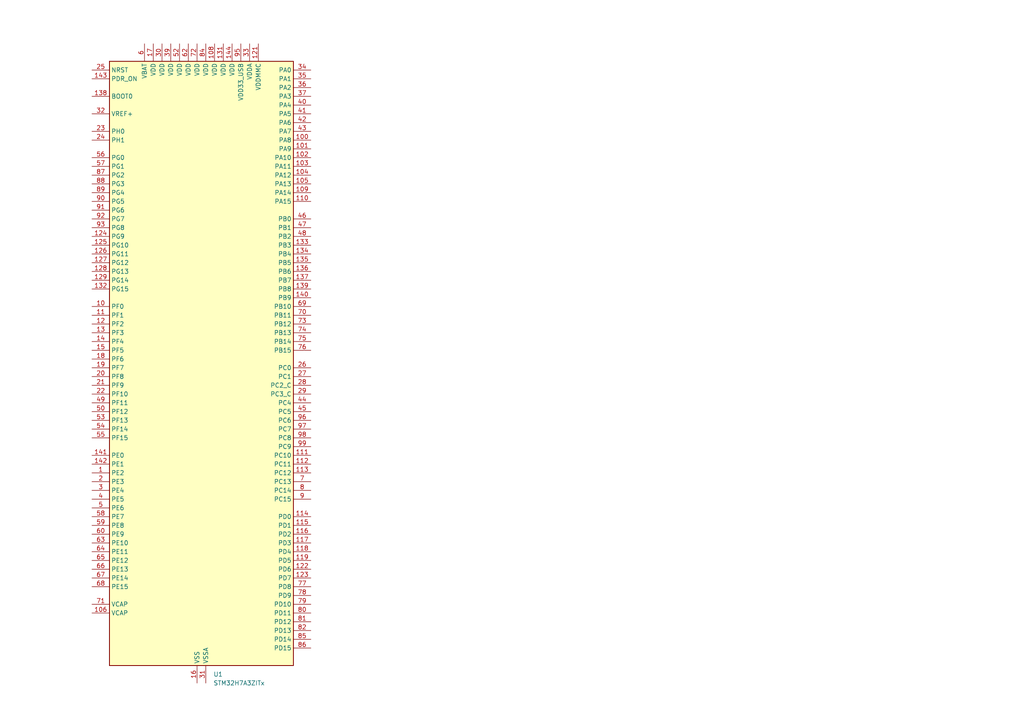
<source format=kicad_sch>
(kicad_sch (version 20231120) (generator "eeschema") (generator_version "8.0")
  (paper "A4")
  (lib_symbols
    (symbol "MCU_ST_STM32H7:STM32H7A3ZITx"
      (property "Reference" "U" (at -25.4 90.17 0))
      (property "Value" "STM32H7A3ZITx" (at 20.32 90.17 0))
      (symbol "STM32H7A3ZITx_0_1"
        (rectangle (start -25.4 -86.36) (end 27.94 88.9) (stroke (width 0.254)) (fill (type background)))
      )
      (symbol "STM32H7A3ZITx_1_1"
        (pin bidirectional line (at -30.48 -30.48 0) (length 5.08) (name "PE2") (number "1"))
        (pin bidirectional line (at -30.48 17.78 0) (length 5.08) (name "PF0") (number "10"))
        (pin bidirectional line (at 33.02 66.04 180) (length 5.08) (name "PA8") (number "100"))
        (pin bidirectional line (at 33.02 63.5 180) (length 5.08) (name "PA9") (number "101"))
        (pin bidirectional line (at 33.02 60.96 180) (length 5.08) (name "PA10") (number "102"))
        (pin bidirectional line (at 33.02 58.42 180) (length 5.08) (name "PA11") (number "103"))
        (pin bidirectional line (at 33.02 55.88 180) (length 5.08) (name "PA12") (number "104"))
        (pin bidirectional line (at 33.02 53.34 180) (length 5.08) (name "PA13") (number "105"))
        (pin power_out line (at -30.48 -71.12 0) (length 5.08) (name "VCAP") (number "106"))
        (pin passive line (at 0 -91.44 90) (length 5.08) hide (name "VSS") (number "107"))
        (pin power_in line (at 5.08 93.98 270) (length 5.08) (name "VDD") (number "108"))
        (pin bidirectional line (at 33.02 50.8 180) (length 5.08) (name "PA14") (number "109"))
        (pin bidirectional line (at -30.48 15.24 0) (length 5.08) (name "PF1") (number "11"))
        (pin bidirectional line (at 33.02 48.26 180) (length 5.08) (name "PA15") (number "110"))
        (pin bidirectional line (at 33.02 -25.4 180) (length 5.08) (name "PC10") (number "111"))
        (pin bidirectional line (at 33.02 -27.94 180) (length 5.08) (name "PC11") (number "112"))
        (pin bidirectional line (at 33.02 -30.48 180) (length 5.08) (name "PC12") (number "113"))
        (pin bidirectional line (at 33.02 -43.18 180) (length 5.08) (name "PD0") (number "114"))
        (pin bidirectional line (at 33.02 -45.72 180) (length 5.08) (name "PD1") (number "115"))
        (pin bidirectional line (at 33.02 -48.26 180) (length 5.08) (name "PD2") (number "116"))
        (pin bidirectional line (at 33.02 -50.8 180) (length 5.08) (name "PD3") (number "117"))
        (pin bidirectional line (at 33.02 -53.34 180) (length 5.08) (name "PD4") (number "118"))
        (pin bidirectional line (at 33.02 -55.88 180) (length 5.08) (name "PD5") (number "119"))
        (pin bidirectional line (at -30.48 12.7 0) (length 5.08) (name "PF2") (number "12"))
        (pin passive line (at 0 -91.44 90) (length 5.08) hide (name "VSS") (number "120"))
        (pin power_in line (at 17.78 93.98 270) (length 5.08) (name "VDDMMC") (number "121"))
        (pin bidirectional line (at 33.02 -58.42 180) (length 5.08) (name "PD6") (number "122"))
        (pin bidirectional line (at 33.02 -60.96 180) (length 5.08) (name "PD7") (number "123"))
        (pin bidirectional line (at -30.48 38.1 0) (length 5.08) (name "PG9") (number "124"))
        (pin bidirectional line (at -30.48 35.56 0) (length 5.08) (name "PG10") (number "125"))
        (pin bidirectional line (at -30.48 33.02 0) (length 5.08) (name "PG11") (number "126"))
        (pin bidirectional line (at -30.48 30.48 0) (length 5.08) (name "PG12") (number "127"))
        (pin bidirectional line (at -30.48 27.94 0) (length 5.08) (name "PG13") (number "128"))
        (pin bidirectional line (at -30.48 25.4 0) (length 5.08) (name "PG14") (number "129"))
        (pin bidirectional line (at -30.48 10.16 0) (length 5.08) (name "PF3") (number "13"))
        (pin passive line (at 0 -91.44 90) (length 5.08) hide (name "VSS") (number "130"))
        (pin power_in line (at 7.62 93.98 270) (length 5.08) (name "VDD") (number "131"))
        (pin bidirectional line (at -30.48 22.86 0) (length 5.08) (name "PG15") (number "132"))
        (pin bidirectional line (at 33.02 35.56 180) (length 5.08) (name "PB3") (number "133"))
        (pin bidirectional line (at 33.02 33.02 180) (length 5.08) (name "PB4") (number "134"))
        (pin bidirectional line (at 33.02 30.48 180) (length 5.08) (name "PB5") (number "135"))
        (pin bidirectional line (at 33.02 27.94 180) (length 5.08) (name "PB6") (number "136"))
        (pin bidirectional line (at 33.02 25.4 180) (length 5.08) (name "PB7") (number "137"))
        (pin input line (at -30.48 78.74 0) (length 5.08) (name "BOOT0") (number "138"))
        (pin bidirectional line (at 33.02 22.86 180) (length 5.08) (name "PB8") (number "139"))
        (pin bidirectional line (at -30.48 7.62 0) (length 5.08) (name "PF4") (number "14"))
        (pin bidirectional line (at 33.02 20.32 180) (length 5.08) (name "PB9") (number "140"))
        (pin bidirectional line (at -30.48 -25.4 0) (length 5.08) (name "PE0") (number "141"))
        (pin bidirectional line (at -30.48 -27.94 0) (length 5.08) (name "PE1") (number "142"))
        (pin input line (at -30.48 83.82 0) (length 5.08) (name "PDR_ON") (number "143"))
        (pin power_in line (at 10.16 93.98 270) (length 5.08) (name "VDD") (number "144"))
        (pin bidirectional line (at -30.48 5.08 0) (length 5.08) (name "PF5") (number "15"))
        (pin power_in line (at 0 -91.44 90) (length 5.08) (name "VSS") (number "16"))
        (pin power_in line (at -12.7 93.98 270) (length 5.08) (name "VDD") (number "17"))
        (pin bidirectional line (at -30.48 2.54 0) (length 5.08) (name "PF6") (number "18"))
        (pin bidirectional line (at -30.48 0 0) (length 5.08) (name "PF7") (number "19"))
        (pin bidirectional line (at -30.48 -33.02 0) (length 5.08) (name "PE3") (number "2"))
        (pin bidirectional line (at -30.48 -2.54 0) (length 5.08) (name "PF8") (number "20"))
        (pin bidirectional line (at -30.48 -5.08 0) (length 5.08) (name "PF9") (number "21"))
        (pin bidirectional line (at -30.48 -7.62 0) (length 5.08) (name "PF10") (number "22"))
        (pin bidirectional line (at -30.48 68.58 0) (length 5.08) (name "PH0") (number "23"))
        (pin bidirectional line (at -30.48 66.04 0) (length 5.08) (name "PH1") (number "24"))
        (pin input line (at -30.48 86.36 0) (length 5.08) (name "NRST") (number "25"))
        (pin bidirectional line (at 33.02 0 180) (length 5.08) (name "PC0") (number "26"))
        (pin bidirectional line (at 33.02 -2.54 180) (length 5.08) (name "PC1") (number "27"))
        (pin bidirectional line (at 33.02 -5.08 180) (length 5.08) (name "PC2_C") (number "28"))
        (pin bidirectional line (at 33.02 -7.62 180) (length 5.08) (name "PC3_C") (number "29"))
        (pin bidirectional line (at -30.48 -35.56 0) (length 5.08) (name "PE4") (number "3"))
        (pin power_in line (at -10.16 93.98 270) (length 5.08) (name "VDD") (number "30"))
        (pin power_in line (at 2.54 -91.44 90) (length 5.08) (name "VSSA") (number "31"))
        (pin input line (at -30.48 73.66 0) (length 5.08) (name "VREF+") (number "32"))
        (pin power_in line (at 15.24 93.98 270) (length 5.08) (name "VDDA") (number "33"))
        (pin bidirectional line (at 33.02 86.36 180) (length 5.08) (name "PA0") (number "34"))
        (pin bidirectional line (at 33.02 83.82 180) (length 5.08) (name "PA1") (number "35"))
        (pin bidirectional line (at 33.02 81.28 180) (length 5.08) (name "PA2") (number "36"))
        (pin bidirectional line (at 33.02 78.74 180) (length 5.08) (name "PA3") (number "37"))
        (pin passive line (at 0 -91.44 90) (length 5.08) hide (name "VSS") (number "38"))
        (pin power_in line (at -7.62 93.98 270) (length 5.08) (name "VDD") (number "39"))
        (pin bidirectional line (at -30.48 -38.1 0) (length 5.08) (name "PE5") (number "4"))
        (pin bidirectional line (at 33.02 76.2 180) (length 5.08) (name "PA4") (number "40"))
        (pin bidirectional line (at 33.02 73.66 180) (length 5.08) (name "PA5") (number "41"))
        (pin bidirectional line (at 33.02 71.12 180) (length 5.08) (name "PA6") (number "42"))
        (pin bidirectional line (at 33.02 68.58 180) (length 5.08) (name "PA7") (number "43"))
        (pin bidirectional line (at 33.02 -10.16 180) (length 5.08) (name "PC4") (number "44"))
        (pin bidirectional line (at 33.02 -12.7 180) (length 5.08) (name "PC5") (number "45"))
        (pin bidirectional line (at 33.02 43.18 180) (length 5.08) (name "PB0") (number "46"))
        (pin bidirectional line (at 33.02 40.64 180) (length 5.08) (name "PB1") (number "47"))
        (pin bidirectional line (at 33.02 38.1 180) (length 5.08) (name "PB2") (number "48"))
        (pin bidirectional line (at -30.48 -10.16 0) (length 5.08) (name "PF11") (number "49"))
        (pin bidirectional line (at -30.48 -40.64 0) (length 5.08) (name "PE6") (number "5"))
        (pin bidirectional line (at -30.48 -12.7 0) (length 5.08) (name "PF12") (number "50"))
        (pin passive line (at 0 -91.44 90) (length 5.08) hide (name "VSS") (number "51"))
        (pin power_in line (at -5.08 93.98 270) (length 5.08) (name "VDD") (number "52"))
        (pin bidirectional line (at -30.48 -15.24 0) (length 5.08) (name "PF13") (number "53"))
        (pin bidirectional line (at -30.48 -17.78 0) (length 5.08) (name "PF14") (number "54"))
        (pin bidirectional line (at -30.48 -20.32 0) (length 5.08) (name "PF15") (number "55"))
        (pin bidirectional line (at -30.48 60.96 0) (length 5.08) (name "PG0") (number "56"))
        (pin bidirectional line (at -30.48 58.42 0) (length 5.08) (name "PG1") (number "57"))
        (pin bidirectional line (at -30.48 -43.18 0) (length 5.08) (name "PE7") (number "58"))
        (pin bidirectional line (at -30.48 -45.72 0) (length 5.08) (name "PE8") (number "59"))
        (pin power_in line (at -15.24 93.98 270) (length 5.08) (name "VBAT") (number "6"))
        (pin bidirectional line (at -30.48 -48.26 0) (length 5.08) (name "PE9") (number "60"))
        (pin passive line (at 0 -91.44 90) (length 5.08) hide (name "VSS") (number "61"))
        (pin power_in line (at -2.54 93.98 270) (length 5.08) (name "VDD") (number "62"))
        (pin bidirectional line (at -30.48 -50.8 0) (length 5.08) (name "PE10") (number "63"))
        (pin bidirectional line (at -30.48 -53.34 0) (length 5.08) (name "PE11") (number "64"))
        (pin bidirectional line (at -30.48 -55.88 0) (length 5.08) (name "PE12") (number "65"))
        (pin bidirectional line (at -30.48 -58.42 0) (length 5.08) (name "PE13") (number "66"))
        (pin bidirectional line (at -30.48 -60.96 0) (length 5.08) (name "PE14") (number "67"))
        (pin bidirectional line (at -30.48 -63.5 0) (length 5.08) (name "PE15") (number "68"))
        (pin bidirectional line (at 33.02 17.78 180) (length 5.08) (name "PB10") (number "69"))
        (pin bidirectional line (at 33.02 -33.02 180) (length 5.08) (name "PC13") (number "7"))
        (pin bidirectional line (at 33.02 15.24 180) (length 5.08) (name "PB11") (number "70"))
        (pin power_out line (at -30.48 -68.58 0) (length 5.08) (name "VCAP") (number "71"))
        (pin power_in line (at 0 93.98 270) (length 5.08) (name "VDD") (number "72"))
        (pin bidirectional line (at 33.02 12.7 180) (length 5.08) (name "PB12") (number "73"))
        (pin bidirectional line (at 33.02 10.16 180) (length 5.08) (name "PB13") (number "74"))
        (pin bidirectional line (at 33.02 7.62 180) (length 5.08) (name "PB14") (number "75"))
        (pin bidirectional line (at 33.02 5.08 180) (length 5.08) (name "PB15") (number "76"))
        (pin bidirectional line (at 33.02 -63.5 180) (length 5.08) (name "PD8") (number "77"))
        (pin bidirectional line (at 33.02 -66.04 180) (length 5.08) (name "PD9") (number "78"))
        (pin bidirectional line (at 33.02 -68.58 180) (length 5.08) (name "PD10") (number "79"))
        (pin bidirectional line (at 33.02 -35.56 180) (length 5.08) (name "PC14") (number "8"))
        (pin bidirectional line (at 33.02 -71.12 180) (length 5.08) (name "PD11") (number "80"))
        (pin bidirectional line (at 33.02 -73.66 180) (length 5.08) (name "PD12") (number "81"))
        (pin bidirectional line (at 33.02 -76.2 180) (length 5.08) (name "PD13") (number "82"))
        (pin passive line (at 0 -91.44 90) (length 5.08) hide (name "VSS") (number "83"))
        (pin power_in line (at 2.54 93.98 270) (length 5.08) (name "VDD") (number "84"))
        (pin bidirectional line (at 33.02 -78.74 180) (length 5.08) (name "PD14") (number "85"))
        (pin bidirectional line (at 33.02 -81.28 180) (length 5.08) (name "PD15") (number "86"))
        (pin bidirectional line (at -30.48 55.88 0) (length 5.08) (name "PG2") (number "87"))
        (pin bidirectional line (at -30.48 53.34 0) (length 5.08) (name "PG3") (number "88"))
        (pin bidirectional line (at -30.48 50.8 0) (length 5.08) (name "PG4") (number "89"))
        (pin bidirectional line (at 33.02 -38.1 180) (length 5.08) (name "PC15") (number "9"))
        (pin bidirectional line (at -30.48 48.26 0) (length 5.08) (name "PG5") (number "90"))
        (pin bidirectional line (at -30.48 45.72 0) (length 5.08) (name "PG6") (number "91"))
        (pin bidirectional line (at -30.48 43.18 0) (length 5.08) (name "PG7") (number "92"))
        (pin bidirectional line (at -30.48 40.64 0) (length 5.08) (name "PG8") (number "93"))
        (pin passive line (at 0 -91.44 90) (length 5.08) hide (name "VSS") (number "94"))
        (pin power_in line (at 12.7 93.98 270) (length 5.08) (name "VDD33_USB") (number "95"))
        (pin bidirectional line (at 33.02 -15.24 180) (length 5.08) (name "PC6") (number "96"))
        (pin bidirectional line (at 33.02 -17.78 180) (length 5.08) (name "PC7") (number "97"))
        (pin bidirectional line (at 33.02 -20.32 180) (length 5.08) (name "PC8") (number "98"))
        (pin bidirectional line (at 33.02 -22.86 180) (length 5.08) (name "PC9") (number "99"))
      )
    )
  )
  (symbol (lib_id "MCU_ST_STM32H7:STM32H7A3ZITx") (at 57.15 106.68 0) (unit 1)
    (property "Reference" "U1" (at 61.8841 195.58 0) (effects (justify left)))
    (property "Value" "STM32H7A3ZITx" (at 61.8841 198.12 0) (effects (justify left)))
    (property "Footprint" "Package_QFP:LQFP-144_20x20mm_P0.5mm" (effects (hide yes)))
    (property "Datasheet" "https://www.st.com/resource/en/datasheet/stm32h7a3zi.pdf" (effects (hide yes)))
    (property "Description" "STMicroelectronics Arm Cortex-M7 MCU, 2048KB flash, 1184KB RAM, 280 MHz, 1.62-3.6V, 114 GPIO, LQFP144" (effects (hide yes)))
  )
)
</source>
